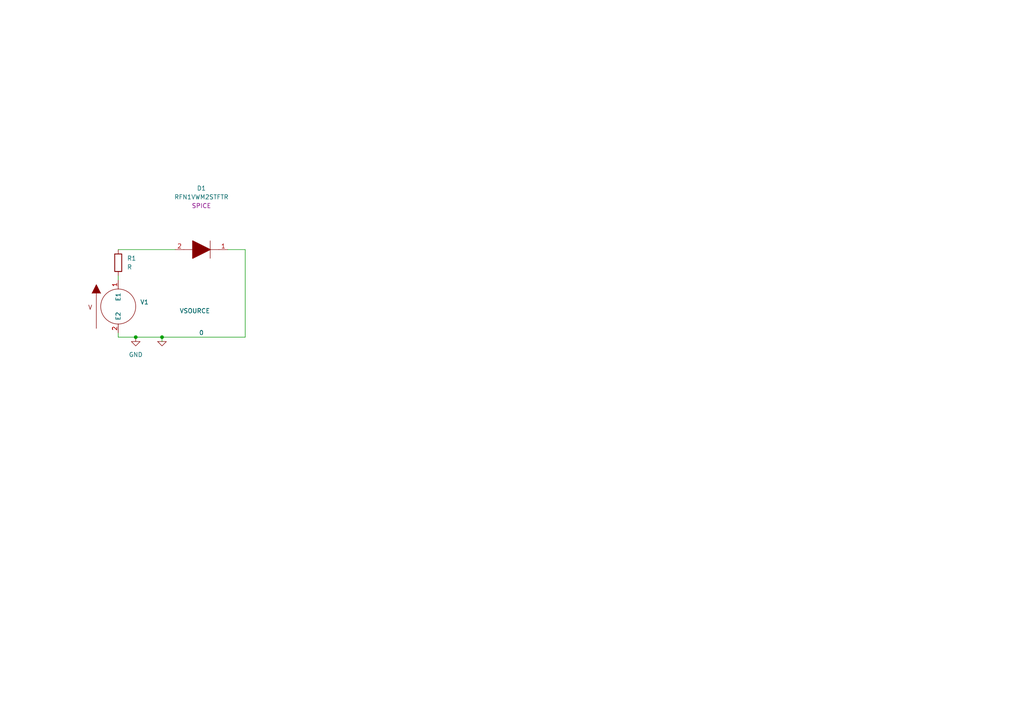
<source format=kicad_sch>
(kicad_sch (version 20211123) (generator eeschema)
  (paper "A4")
  (lib_symbols
    (symbol "Device:R" (pin_numbers hide) (pin_names (offset 0))
      (property "Reference" "R" (at 2.032 0 90))
      (property "Value" "R" (at 0 0 90))
      (symbol "R_0_1"
        (rectangle (start -1.016 -2.54) (end 1.016 2.54) (stroke (width 0.254)))
      )
      (symbol "R_1_1"
        (pin passive line (at 0 3.81 270) (length 1.27) (name "~") (number "1"))
        (pin passive line (at 0 -3.81 90) (length 1.27) (name "~") (number "2"))
      )
    )
    (symbol "EPSA_Lib:RFN1VWM2STFTR" (pin_names (offset 0.762))
      (property "Reference" "D" (at 22.86 6.35 0))
      (property "Value" "RFN1VWM2STFTR" (at 22.86 3.81 0))
      (property "Spice_Primitive" "D" (at 22.86 6.35 0))
      (property "Spice_Model" "RFN1VWM2STFTR" (at 22.86 6.35 0))
      (property "Spice_Netlist_Enabled" "Y" (at 22.86 6.35 0))
      (property "Spice_Lib_File" "rfn1vwm2stf.lib" (at 22.86 6.35 0))
      (symbol "RFN1VWM2STFTR_0_0"
        (pin passive line (at 0 0 0) (length 2.54) (name "~") (number "1"))
        (pin passive line (at 15.24 0 180) (length 2.54) (name "~") (number "2"))
      )
      (symbol "RFN1VWM2STFTR_0_1"
        (polyline (pts (xy 2.54 0) (xy 5.08 0)) (stroke (width 0.1524)))
        (polyline (pts (xy 5.08 2.54) (xy 5.08 -2.54)) (stroke (width 0.1524)))
        (polyline (pts (xy 10.16 0) (xy 12.7 0)) (stroke (width 0.1524)))
        (polyline (pts (xy 5.08 0) (xy 10.16 2.54) (xy 10.16 -2.54) (xy 5.08 0)) (stroke (width 0.254)) (fill (type outline)))
      )
    )
    (symbol "power:GND" (power) (pin_names (offset 0))
      (property "Value" "GND" (at 0 -3.81 0))
      (symbol "GND_0_1"
        (polyline (pts (xy 0 0) (xy 0 -1.27) (xy 1.27 -1.27) (xy 0 -2.54) (xy -1.27 -1.27) (xy 0 -1.27)))
      )
      (symbol "GND_1_1"
        (pin power_in line (at 0 0 270) (length 0) hide (name "GND") (number "1"))
      )
    )
    (symbol "pspice:0" (power) (pin_names (offset 0))
      (property "Value" "0" (at 0 -1.778 0))
      (symbol "0_0_1"
        (polyline (pts (xy -1.27 0) (xy 0 -1.27) (xy 1.27 0) (xy -1.27 0)))
      )
      (symbol "0_1_1"
        (pin power_in line (at 0 0 0) (length 0) hide (name "0") (number "1"))
      )
    )
    (symbol "pspice:VSOURCE" (pin_names (offset 1.016))
      (property "Reference" "V" (at -6.35 7.62 0))
      (property "Value" "VSOURCE" (at 0 0 0))
      (symbol "VSOURCE_0_1"
        (polyline (pts (xy -6.35 -6.35) (xy -6.35 3.81)) (fill (type outline)))
        (polyline (pts (xy -7.62 3.81) (xy -6.35 6.35) (xy -5.08 3.81)) (fill (type outline)))
        (circle (center 0 0) (radius 5.08))
        (text "V" (at -8.128 -0.254 0) (effects (font (size 1.27 1.27))))
      )
      (symbol "VSOURCE_1_1"
        (pin input line (at 0 7.62 270) (length 2.54) (name "E1") (number "1"))
        (pin input line (at 0 -7.62 90) (length 2.54) (name "E2") (number "2"))
      )
    )
  )
  (junction (at 46.99 97.79))
  (junction (at 39.37 97.79))
  (wire (pts (xy 34.29 96.52) (xy 34.29 97.79)))
  (wire (pts (xy 46.99 97.79) (xy 46.99 99.06)))
  (wire (pts (xy 34.29 97.79) (xy 39.37 97.79)))
  (wire (pts (xy 34.29 72.39) (xy 50.8 72.39)))
  (wire (pts (xy 46.99 97.79) (xy 71.12 97.79)))
  (wire (pts (xy 34.29 80.01) (xy 34.29 81.28)))
  (wire (pts (xy 71.12 72.39) (xy 71.12 97.79)))
  (wire (pts (xy 39.37 97.79) (xy 46.99 97.79)))
  (wire (pts (xy 71.12 72.39) (xy 66.04 72.39)))
  (symbol (lib_id "pspice:0") (at 46.99 99.06 0) (unit 1)
    (property "Reference" "#GND01" (effects hide))
    (property "Value" "0" (at 58.42 96.52 0))
  )
  (symbol (lib_id "pspice:VSOURCE") (at 34.29 88.9 0) (unit 1)
    (property "Reference" "V1" (at 40.64 87.6299 0) (effects (justify left)))
    (property "Value" "VSOURCE" (at 52.07 90.1699 0) (effects (justify left)))
    (property "Spice_Primitive" "V" (effects hide))
    (property "Spice_Model" "dc 5 pulse(0 5 2 100m 100m 2 4)" (effects hide))
    (property "Spice_Netlist_Enabled" "Y" (effects hide))
  )
  (symbol (lib_id "Device:R") (at 34.29 76.2 0) (unit 1)
    (property "Reference" "R1" (at 36.83 74.9299 0) (effects (justify left)))
    (property "Value" "R" (at 36.83 77.4699 0) (effects (justify left)))
    (property "Spice_Primitive" "R" (effects hide))
    (property "Spice_Model" "3k" (effects hide))
    (property "Spice_Netlist_Enabled" "Y" (effects hide))
  )
  (symbol (lib_id "EPSA_Lib:RFN1VWM2STFTR") (at 66.04 72.39 180) (unit 1)
    (property "Reference" "D1" (at 58.42 54.61 0))
    (property "Value" "RFN1VWM2STFTR" (at 58.42 57.15 0))
    (property "Footprint" "RFN1VWM2STFTR" (effects hide))
    (property "Datasheet" "https://fscdn.rohm.com/en/products/databook/datasheet/discrete/diode/fast_recovery/rfn1vwm2stftr-e.pdf" (effects hide))
    (property "Description" "Diodes - General Purpose, Power, Switching 200V SUPER FAST RECOVER" (effects hide))
    (property "Height" "1" (effects hide))
    (property "Manufacturer_Name" "ROHM Semiconductor" (effects hide))
    (property "Manufacturer_Part_Number" "RFN1VWM2STFTR" (effects hide))
    (property "Mouser Part Number" "755-RFN1VWM2STFTR" (effects hide))
    (property "Mouser Price/Stock" "https://www.mouser.co.uk/ProductDetail/ROHM-Semiconductor/RFN1VWM2STFTR?qs=MyNHzdoqoQJutG0z76Y0Cg%3D%3D" (effects hide))
    (property "Spice_Primitive" "D" (at 58.42 59.69 0))
    (property "Spice_Model" "DRFN1VWM2STF" (at 58.42 62.23 0))
    (property "Spice_Netlist_Enabled" "Y" (at 58.42 64.77 0))
    (property "Spice_Lib_File" "rfn1vwm2stf.lib" (at 58.42 67.31 0))
  )
  (symbol (lib_id "power:GND") (at 39.37 97.79 0) (unit 1)
    (property "Reference" "#PWR01" (effects hide))
    (property "Value" "GND" (at 39.37 102.87 0))
  )
)
</source>
